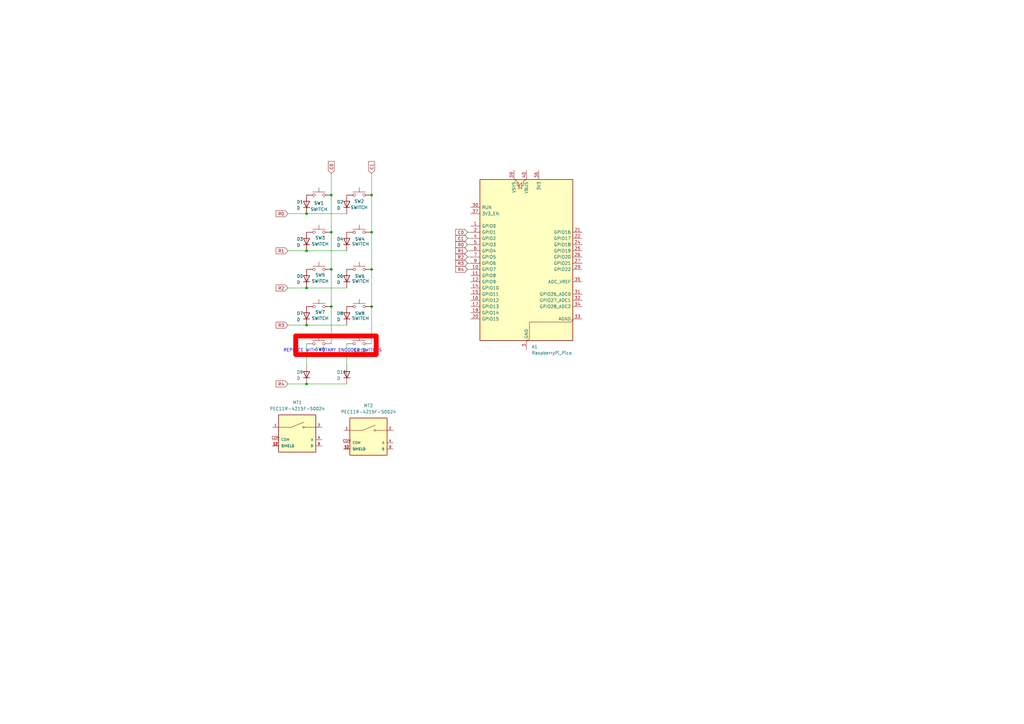
<source format=kicad_sch>
(kicad_sch (version 20250114) (generator "eeschema") (generator_version "9.0")
  (paper "A3")
  (lib_symbols
    (symbol "1_my_custom_symbol_library:PEC11R-4215F-S0024" (pin_names (offset 1.016))
      (property "Reference" "MT" (at -7.62 8.89 0))
      (property "Value" "PEC11R-4215F-S0024" (at -7.62 -8.89 0))
      (symbol "PEC11R-4215F-S0024_0_0"
        (rectangle (start -7.62 7.62) (end 7.62 -7.62) (stroke (width 0.254)) (fill (type background)))
        (polyline (pts (xy -2.54 2.54) (xy -7.62 2.54)) (stroke (width 0.1524)))
        (polyline (pts (xy -2.54 2.54) (xy 2.794 4.6736)) (stroke (width 0.1524)))
        (circle (center 2.54 2.54) (radius 0.3302) (stroke (width 0.1524)))
        (polyline (pts (xy 7.62 2.54) (xy 2.921 2.54)) (stroke (width 0.1524)))
        (pin passive line (at -10.16 2.54 0) (length 2.54) (name "~") (number "1"))
        (pin passive line (at -10.16 -2.54 0) (length 2.54) (name "COM") (number "COM"))
        (pin passive line (at -10.16 -5.08 0) (length 2.54) (name "SHIELD") (number "S1"))
        (pin passive line (at -10.16 -5.08 0) (length 2.54) (name "SHIELD") (number "S2"))
        (pin passive line (at 10.16 2.54 180) (length 2.54) (name "~") (number "2"))
        (pin passive line (at 10.16 -2.54 180) (length 2.54) (name "A") (number "A"))
        (pin passive line (at 10.16 -5.08 180) (length 2.54) (name "B") (number "B"))
      )
    )
    (symbol "Device:D" (pin_numbers (hide yes)) (pin_names (offset 1.016) (hide yes))
      (property "Reference" "D" (at 0 2.54 0))
      (property "Value" "D" (at 0 -2.54 0))
      (symbol "D_0_1"
        (polyline (pts (xy -1.27 1.27) (xy -1.27 -1.27)) (stroke (width 0.254)))
        (polyline (pts (xy 1.27 1.27) (xy 1.27 -1.27) (xy -1.27 0) (xy 1.27 1.27)) (stroke (width 0.254)))
        (polyline (pts (xy 1.27 0) (xy -1.27 0)))
      )
      (symbol "D_1_1"
        (pin passive line (at -3.81 0 0) (length 2.54) (name "K") (number "1"))
        (pin passive line (at 3.81 0 180) (length 2.54) (name "A") (number "2"))
      )
    )
    (symbol "MCU_Module:RaspberryPi_Pico" (pin_names (offset 0.762))
      (property "Reference" "A" (at -19.05 35.56 0))
      (property "Value" "RaspberryPi_Pico" (at 7.62 35.56 0))
      (symbol "RaspberryPi_Pico_0_1"
        (rectangle (start -19.05 34.29) (end 19.05 -31.75) (stroke (width 0.254)) (fill (type background)))
        (polyline (pts (xy -5.08 34.29) (xy -3.81 33.655) (xy -3.81 31.75) (xy -3.175 31.75)))
        (polyline (pts (xy -3.429 32.766) (xy -3.429 33.02) (xy -3.175 33.02) (xy -3.175 30.48) (xy -2.921 30.48) (xy -2.921 30.734)))
        (polyline (pts (xy -3.175 31.75) (xy -1.905 33.02) (xy -1.905 30.48) (xy -3.175 31.75)))
        (polyline (pts (xy 0 34.29) (xy -1.27 33.655) (xy -1.27 31.75) (xy -1.905 31.75)))
        (polyline (pts (xy 0 -31.75) (xy 1.27 -31.115) (xy 1.27 -24.13) (xy 18.415 -24.13) (xy 19.05 -22.86)))
      )
      (symbol "RaspberryPi_Pico_1_1"
        (pin passive line (at -22.86 22.86 0) (length 3.81) (name "RUN") (number "30"))
        (pin passive line (at -22.86 20.32 0) (length 3.81) (name "3V3_EN") (number "37"))
        (pin bidirectional line (at -22.86 15.24 0) (length 3.81) (name "GPIO0") (number "1"))
        (pin bidirectional line (at -22.86 12.7 0) (length 3.81) (name "GPIO1") (number "2"))
        (pin bidirectional line (at -22.86 10.16 0) (length 3.81) (name "GPIO2") (number "4"))
        (pin bidirectional line (at -22.86 7.62 0) (length 3.81) (name "GPIO3") (number "5"))
        (pin bidirectional line (at -22.86 5.08 0) (length 3.81) (name "GPIO4") (number "6"))
        (pin bidirectional line (at -22.86 2.54 0) (length 3.81) (name "GPIO5") (number "7"))
        (pin bidirectional line (at -22.86 0 0) (length 3.81) (name "GPIO6") (number "9"))
        (pin bidirectional line (at -22.86 -2.54 0) (length 3.81) (name "GPIO7") (number "10"))
        (pin bidirectional line (at -22.86 -5.08 0) (length 3.81) (name "GPIO8") (number "11"))
        (pin bidirectional line (at -22.86 -7.62 0) (length 3.81) (name "GPIO9") (number "12"))
        (pin bidirectional line (at -22.86 -10.16 0) (length 3.81) (name "GPIO10") (number "14"))
        (pin bidirectional line (at -22.86 -12.7 0) (length 3.81) (name "GPIO11") (number "15"))
        (pin bidirectional line (at -22.86 -15.24 0) (length 3.81) (name "GPIO12") (number "16"))
        (pin bidirectional line (at -22.86 -17.78 0) (length 3.81) (name "GPIO13") (number "17"))
        (pin bidirectional line (at -22.86 -20.32 0) (length 3.81) (name "GPIO14") (number "19"))
        (pin bidirectional line (at -22.86 -22.86 0) (length 3.81) (name "GPIO15") (number "20"))
        (pin power_in line (at -5.08 38.1 270) (length 3.81) (name "VSYS") (number "39"))
        (pin power_out line (at 0 38.1 270) (length 3.81) (name "VBUS") (number "40"))
        (pin passive line (at 0 -35.56 90) (length 3.81) (hide yes) (name "GND") (number "13"))
        (pin passive line (at 0 -35.56 90) (length 3.81) (hide yes) (name "GND") (number "18"))
        (pin passive line (at 0 -35.56 90) (length 3.81) (hide yes) (name "GND") (number "23"))
        (pin passive line (at 0 -35.56 90) (length 3.81) (hide yes) (name "GND") (number "28"))
        (pin power_out line (at 0 -35.56 90) (length 3.81) (name "GND") (number "3"))
        (pin passive line (at 0 -35.56 90) (length 3.81) (hide yes) (name "GND") (number "38"))
        (pin passive line (at 0 -35.56 90) (length 3.81) (hide yes) (name "GND") (number "8"))
        (pin power_out line (at 5.08 38.1 270) (length 3.81) (name "3V3") (number "36"))
        (pin bidirectional line (at 22.86 12.7 180) (length 3.81) (name "GPIO16") (number "21"))
        (pin bidirectional line (at 22.86 10.16 180) (length 3.81) (name "GPIO17") (number "22"))
        (pin bidirectional line (at 22.86 7.62 180) (length 3.81) (name "GPIO18") (number "24"))
        (pin bidirectional line (at 22.86 5.08 180) (length 3.81) (name "GPIO19") (number "25"))
        (pin bidirectional line (at 22.86 2.54 180) (length 3.81) (name "GPIO20") (number "26"))
        (pin bidirectional line (at 22.86 0 180) (length 3.81) (name "GPIO21") (number "27"))
        (pin bidirectional line (at 22.86 -2.54 180) (length 3.81) (name "GPIO22") (number "29"))
        (pin power_in line (at 22.86 -7.62 180) (length 3.81) (name "ADC_VREF") (number "35"))
        (pin bidirectional line (at 22.86 -12.7 180) (length 3.81) (name "GPIO26_ADC0") (number "31"))
        (pin bidirectional line (at 22.86 -15.24 180) (length 3.81) (name "GPIO27_ADC1") (number "32"))
        (pin bidirectional line (at 22.86 -17.78 180) (length 3.81) (name "GPIO28_ADC2") (number "34"))
        (pin power_out line (at 22.86 -22.86 180) (length 3.81) (name "AGND") (number "33"))
      )
    )
    (symbol "Switch:SW_Omron_B3FS" (pin_numbers (hide yes)) (pin_names (offset 1.016) (hide yes))
      (property "Reference" "SW" (at 1.27 2.54 0))
      (property "Value" "SW_Omron_B3FS" (at 0 -1.524 0))
      (symbol "SW_Omron_B3FS_0_1"
        (circle (center -2.032 0) (radius 0.508))
        (polyline (pts (xy 0 1.27) (xy 0 3.048)))
        (circle (center 2.032 0) (radius 0.508))
        (polyline (pts (xy 2.54 1.27) (xy -2.54 1.27)))
        (pin passive line (at -5.08 0 0) (length 2.54) (name "1") (number "1"))
        (pin passive line (at 5.08 0 180) (length 2.54) (name "2") (number "2"))
      )
    )
  )
  (rectangle (start 121.285 137.795) (end 154.305 145.415) (stroke (width 2) (color 255 0 0 1)))
  (text "REPLACE WITH ROTARY ENCODER SWITCHS" (at 136.398 143.764 0) (effects (font (size 1.27 1.27))))
  (junction (at 125.73 133.35))
  (junction (at 125.73 87.63))
  (junction (at 125.73 157.48))
  (junction (at 135.89 80.01))
  (junction (at 152.4 125.73))
  (junction (at 135.89 95.25))
  (junction (at 152.4 80.01))
  (junction (at 135.89 125.73))
  (junction (at 152.4 95.25))
  (junction (at 125.73 118.11))
  (junction (at 135.89 110.49))
  (junction (at 125.73 102.87))
  (junction (at 152.4 110.49))
  (wire (pts (xy 135.89 71.12) (xy 135.89 80.01)))
  (wire (pts (xy 125.73 133.35) (xy 142.24 133.35)))
  (wire (pts (xy 135.89 95.25) (xy 135.89 110.49)))
  (wire (pts (xy 125.73 157.48) (xy 142.24 157.48)))
  (wire (pts (xy 152.4 71.12) (xy 152.4 80.01)))
  (wire (pts (xy 191.77 107.95) (xy 193.04 107.95)))
  (wire (pts (xy 135.89 110.49) (xy 135.89 125.73)))
  (wire (pts (xy 152.4 80.01) (xy 152.4 95.25)))
  (wire (pts (xy 135.89 80.01) (xy 135.89 95.25)))
  (wire (pts (xy 191.77 95.25) (xy 193.04 95.25)))
  (wire (pts (xy 191.77 110.49) (xy 193.04 110.49)))
  (wire (pts (xy 191.77 102.87) (xy 193.04 102.87)))
  (wire (pts (xy 135.89 125.73) (xy 135.89 140.97)))
  (wire (pts (xy 152.4 95.25) (xy 152.4 110.49)))
  (wire (pts (xy 125.73 149.86) (xy 125.73 140.97)))
  (wire (pts (xy 118.11 157.48) (xy 125.73 157.48)))
  (wire (pts (xy 118.11 118.11) (xy 125.73 118.11)))
  (wire (pts (xy 191.77 105.41) (xy 193.04 105.41)))
  (wire (pts (xy 118.11 102.87) (xy 125.73 102.87)))
  (wire (pts (xy 152.4 125.73) (xy 152.4 140.97)))
  (wire (pts (xy 118.11 87.63) (xy 125.73 87.63)))
  (wire (pts (xy 191.77 97.79) (xy 193.04 97.79)))
  (wire (pts (xy 125.73 102.87) (xy 142.24 102.87)))
  (wire (pts (xy 125.73 87.63) (xy 142.24 87.63)))
  (wire (pts (xy 142.24 149.86) (xy 142.24 140.97)))
  (wire (pts (xy 125.73 118.11) (xy 142.24 118.11)))
  (wire (pts (xy 191.77 100.33) (xy 193.04 100.33)))
  (wire (pts (xy 152.4 110.49) (xy 152.4 125.73)))
  (wire (pts (xy 118.11 133.35) (xy 125.73 133.35)))
  (global_label "C1" (shape input) (at 152.4 71.12 90) (property "Intersheetrefs" "${INTERSHEET_REFS}" (effects (hide yes))))
  (global_label "C0" (shape input) (at 135.89 71.12 90) (property "Intersheetrefs" "${INTERSHEET_REFS}" (effects (hide yes))))
  (global_label "C0" (shape input) (at 191.77 95.25 180) (property "Intersheetrefs" "${INTERSHEET_REFS}" (effects (hide yes))))
  (global_label "R0" (shape input) (at 118.11 87.63 180) (property "Intersheetrefs" "${INTERSHEET_REFS}" (effects (hide yes))))
  (global_label "R4" (shape input) (at 191.77 110.49 180) (property "Intersheetrefs" "${INTERSHEET_REFS}" (effects (hide yes))))
  (global_label "R1" (shape input) (at 191.77 102.87 180) (property "Intersheetrefs" "${INTERSHEET_REFS}" (effects (hide yes))))
  (global_label "R2" (shape input) (at 118.11 118.11 180) (property "Intersheetrefs" "${INTERSHEET_REFS}" (effects (hide yes))))
  (global_label "R1" (shape input) (at 118.11 102.87 180) (property "Intersheetrefs" "${INTERSHEET_REFS}" (effects (hide yes))))
  (global_label "C1" (shape input) (at 191.77 97.79 180) (property "Intersheetrefs" "${INTERSHEET_REFS}" (effects (hide yes))))
  (global_label "R3" (shape input) (at 118.11 133.35 180) (property "Intersheetrefs" "${INTERSHEET_REFS}" (effects (hide yes))))
  (global_label "R3" (shape input) (at 191.77 107.95 180) (property "Intersheetrefs" "${INTERSHEET_REFS}" (effects (hide yes))))
  (global_label "R0" (shape input) (at 191.77 100.33 180) (property "Intersheetrefs" "${INTERSHEET_REFS}" (effects (hide yes))))
  (global_label "R2" (shape input) (at 191.77 105.41 180) (property "Intersheetrefs" "${INTERSHEET_REFS}" (effects (hide yes))))
  (global_label "R4" (shape input) (at 118.11 157.48 180) (property "Intersheetrefs" "${INTERSHEET_REFS}" (effects (hide yes))))
  (symbol (lib_id "Switch:SW_Omron_B3FS") (at 130.81 80.01 0) (unit 1)
    (property "Reference" "SW1" (at 130.81 83.312 0))
    (property "Value" "SWITCH" (at 130.81 85.852 0))
    (property "Footprint" "1_my_custom_libary_pretty:Kailh_socket_PG1350" (effects (hide yes)))
    (property "Datasheet" "https://omronfs.omron.com/en_US/ecb/products/pdf/en-b3fs.pdf" (effects (hide yes)))
    (property "Description" "Omron B3FS 6x6mm single pole normally-open tactile switch" (effects (hide yes)))
  )
  (symbol (lib_id "Device:D") (at 142.24 114.3 90) (unit 1)
    (property "Reference" "D6" (at 138.176 113.284 90) (effects (justify right)))
    (property "Value" "D" (at 138.176 115.824 90) (effects (justify right)))
    (property "Footprint" "Diode_SMD:D_0603_1608Metric" (effects (hide yes)))
    (property "Description" "Diode" (effects (hide yes)))
    (property "Sim.Device" "D" (effects (hide yes)))
    (property "Sim.Pins" "1=K 2=A" (effects (hide yes)))
  )
  (symbol (lib_id "Device:D") (at 142.24 129.54 90) (unit 1)
    (property "Reference" "D8" (at 138.176 128.524 90) (effects (justify right)))
    (property "Value" "D" (at 138.176 131.064 90) (effects (justify right)))
    (property "Footprint" "Diode_SMD:D_0603_1608Metric" (effects (hide yes)))
    (property "Description" "Diode" (effects (hide yes)))
    (property "Sim.Device" "D" (effects (hide yes)))
    (property "Sim.Pins" "1=K 2=A" (effects (hide yes)))
  )
  (symbol (lib_id "Device:D") (at 142.24 83.82 90) (unit 1)
    (property "Reference" "D2" (at 138.176 82.804 90) (effects (justify right)))
    (property "Value" "D" (at 138.176 85.344 90) (effects (justify right)))
    (property "Footprint" "Diode_SMD:D_0603_1608Metric" (effects (hide yes)))
    (property "Description" "Diode" (effects (hide yes)))
    (property "Sim.Device" "D" (effects (hide yes)))
    (property "Sim.Pins" "1=K 2=A" (effects (hide yes)))
  )
  (symbol (lib_id "Switch:SW_Omron_B3FS") (at 147.32 95.25 0) (unit 1)
    (property "Reference" "SW4" (at 147.574 98.044 0))
    (property "Value" "SWITCH" (at 147.828 100.076 0))
    (property "Footprint" "1_my_custom_libary_pretty:Kailh_socket_PG1350" (effects (hide yes)))
    (property "Datasheet" "https://omronfs.omron.com/en_US/ecb/products/pdf/en-b3fs.pdf" (effects (hide yes)))
    (property "Description" "Omron B3FS 6x6mm single pole normally-open tactile switch" (effects (hide yes)))
  )
  (symbol (lib_id "Switch:SW_Omron_B3FS") (at 147.32 125.73 0) (unit 1)
    (property "Reference" "SW8" (at 147.574 128.524 0))
    (property "Value" "SWITCH" (at 147.828 130.556 0))
    (property "Footprint" "1_my_custom_libary_pretty:Kailh_socket_PG1350" (effects (hide yes)))
    (property "Datasheet" "https://omronfs.omron.com/en_US/ecb/products/pdf/en-b3fs.pdf" (effects (hide yes)))
    (property "Description" "Omron B3FS 6x6mm single pole normally-open tactile switch" (effects (hide yes)))
  )
  (symbol (lib_id "Switch:SW_Omron_B3FS") (at 147.32 110.49 0) (unit 1)
    (property "Reference" "SW6" (at 147.574 113.284 0))
    (property "Value" "SWITCH" (at 147.828 115.316 0))
    (property "Footprint" "1_my_custom_libary_pretty:Kailh_socket_PG1350" (effects (hide yes)))
    (property "Datasheet" "https://omronfs.omron.com/en_US/ecb/products/pdf/en-b3fs.pdf" (effects (hide yes)))
    (property "Description" "Omron B3FS 6x6mm single pole normally-open tactile switch" (effects (hide yes)))
  )
  (symbol (lib_id "1_my_custom_symbol_library:PEC11R-4215F-S0024") (at 121.92 177.8 0) (unit 1)
    (property "Reference" "MT1" (at 121.92 165.1 0))
    (property "Value" "PEC11R-4215F-S0024" (at 121.92 167.64 0))
    (property "Footprint" "1_my_custom_libary_pretty:XDCR_PEC11R-4215F-S0024" (effects (hide yes)))
    (property "MF" "Bourns" (effects (hide yes)))
    (property "MAXIMUM_PACKAGE_HEIGHT" "21.5 mm" (effects (hide yes)))
    (property "Package" "None" (effects (hide yes)))
    (property "Price" "None" (effects (hide yes)))
    (property "Check_prices" "https://www.snapeda.com/parts/PEC11R-4215F-S0024/Bourns/view-part/?ref=eda" (effects (hide yes)))
    (property "STANDARD" "Manufacturer Recommendations" (effects (hide yes)))
    (property "PARTREV" "Rev. 09/19" (effects (hide yes)))
    (property "SnapEDA_Link" "https://www.snapeda.com/parts/PEC11R-4215F-S0024/Bourns/view-part/?ref=snap" (effects (hide yes)))
    (property "MP" "PEC11R-4215F-S0024" (effects (hide yes)))
    (property "Purchase-URL" "https://www.snapeda.com/api/url_track_click_mouser/?unipart_id=428605&manufacturer=Bourns&part_name=PEC11R-4215F-S0024&search_term=pec11r" (effects (hide yes)))
    (property "Description_1" "\nEncoder,Rotary,24 Detents,15 mm, Shaft,Switch | Bourns PEC11R-4215F-S0024\n" (effects (hide yes)))
    (property "Availability" "In Stock" (effects (hide yes)))
    (property "MANUFACTURER" "J.W.Miller/Bourns" (effects (hide yes)))
  )
  (symbol (lib_id "Switch:SW_Omron_B3FS") (at 147.32 80.01 0) (unit 1)
    (property "Reference" "SW2" (at 147.32 82.55 0))
    (property "Value" "SWITCH" (at 147.32 85.09 0))
    (property "Footprint" "1_my_custom_libary_pretty:Kailh_socket_PG1350" (effects (hide yes)))
    (property "Datasheet" "https://omronfs.omron.com/en_US/ecb/products/pdf/en-b3fs.pdf" (effects (hide yes)))
    (property "Description" "Omron B3FS 6x6mm single pole normally-open tactile switch" (effects (hide yes)))
  )
  (symbol (lib_id "Device:D") (at 142.24 99.06 90) (unit 1)
    (property "Reference" "D4" (at 138.176 98.044 90) (effects (justify right)))
    (property "Value" "D" (at 138.176 100.584 90) (effects (justify right)))
    (property "Footprint" "Diode_SMD:D_0603_1608Metric" (effects (hide yes)))
    (property "Description" "Diode" (effects (hide yes)))
    (property "Sim.Device" "D" (effects (hide yes)))
    (property "Sim.Pins" "1=K 2=A" (effects (hide yes)))
  )
  (symbol (lib_id "Switch:SW_Omron_B3FS") (at 130.81 140.97 0) (unit 1)
    (property "Reference" "SW9" (at 131.318 143.256 0))
    (property "Value" "SWITCH" (at 131.318 145.796 0))
    (property "Footprint" "1_my_custom_libary_pretty:Kailh_socket_PG1350" (effects (hide yes)))
    (property "Datasheet" "https://omronfs.omron.com/en_US/ecb/products/pdf/en-b3fs.pdf" (effects (hide yes)))
    (property "Description" "Omron B3FS 6x6mm single pole normally-open tactile switch" (effects (hide yes)))
  )
  (symbol (lib_id "Device:D") (at 142.24 153.67 90) (unit 1)
    (property "Reference" "D10" (at 138.176 152.654 90) (effects (justify right)))
    (property "Value" "D" (at 138.176 155.194 90) (effects (justify right)))
    (property "Footprint" "Diode_SMD:D_0603_1608Metric" (effects (hide yes)))
    (property "Description" "Diode" (effects (hide yes)))
    (property "Sim.Device" "D" (effects (hide yes)))
    (property "Sim.Pins" "1=K 2=A" (effects (hide yes)))
  )
  (symbol (lib_id "Device:D") (at 125.73 99.06 90) (unit 1)
    (property "Reference" "D3" (at 121.666 98.044 90) (effects (justify right)))
    (property "Value" "D" (at 121.666 100.584 90) (effects (justify right)))
    (property "Footprint" "Diode_SMD:D_0603_1608Metric" (effects (hide yes)))
    (property "Description" "Diode" (effects (hide yes)))
    (property "Sim.Device" "D" (effects (hide yes)))
    (property "Sim.Pins" "1=K 2=A" (effects (hide yes)))
  )
  (symbol (lib_id "Device:D") (at 125.73 153.67 90) (unit 1)
    (property "Reference" "D9" (at 121.666 152.654 90) (effects (justify right)))
    (property "Value" "D" (at 121.666 155.194 90) (effects (justify right)))
    (property "Footprint" "Diode_SMD:D_0603_1608Metric" (effects (hide yes)))
    (property "Description" "Diode" (effects (hide yes)))
    (property "Sim.Device" "D" (effects (hide yes)))
    (property "Sim.Pins" "1=K 2=A" (effects (hide yes)))
  )
  (symbol (lib_id "1_my_custom_symbol_library:PEC11R-4215F-S0024") (at 151.13 179.07 0) (unit 1)
    (property "Reference" "MT2" (at 151.13 166.37 0))
    (property "Value" "PEC11R-4215F-S0024" (at 151.13 168.91 0))
    (property "Footprint" "1_my_custom_libary_pretty:XDCR_PEC11R-4215F-S0024" (effects (hide yes)))
    (property "MF" "Bourns" (effects (hide yes)))
    (property "MAXIMUM_PACKAGE_HEIGHT" "21.5 mm" (effects (hide yes)))
    (property "Package" "None" (effects (hide yes)))
    (property "Price" "None" (effects (hide yes)))
    (property "Check_prices" "https://www.snapeda.com/parts/PEC11R-4215F-S0024/Bourns/view-part/?ref=eda" (effects (hide yes)))
    (property "STANDARD" "Manufacturer Recommendations" (effects (hide yes)))
    (property "PARTREV" "Rev. 09/19" (effects (hide yes)))
    (property "SnapEDA_Link" "https://www.snapeda.com/parts/PEC11R-4215F-S0024/Bourns/view-part/?ref=snap" (effects (hide yes)))
    (property "MP" "PEC11R-4215F-S0024" (effects (hide yes)))
    (property "Purchase-URL" "https://www.snapeda.com/api/url_track_click_mouser/?unipart_id=428605&manufacturer=Bourns&part_name=PEC11R-4215F-S0024&search_term=pec11r" (effects (hide yes)))
    (property "Description_1" "\nEncoder,Rotary,24 Detents,15 mm, Shaft,Switch | Bourns PEC11R-4215F-S0024\n" (effects (hide yes)))
    (property "Availability" "In Stock" (effects (hide yes)))
    (property "MANUFACTURER" "J.W.Miller/Bourns" (effects (hide yes)))
  )
  (symbol (lib_id "Switch:SW_Omron_B3FS") (at 130.81 125.73 0) (unit 1)
    (property "Reference" "SW7" (at 131.318 128.016 0))
    (property "Value" "SWITCH" (at 131.318 130.556 0))
    (property "Footprint" "1_my_custom_libary_pretty:Kailh_socket_PG1350" (effects (hide yes)))
    (property "Datasheet" "https://omronfs.omron.com/en_US/ecb/products/pdf/en-b3fs.pdf" (effects (hide yes)))
    (property "Description" "Omron B3FS 6x6mm single pole normally-open tactile switch" (effects (hide yes)))
  )
  (symbol (lib_id "Device:D") (at 125.73 129.54 90) (unit 1)
    (property "Reference" "D7" (at 121.666 128.524 90) (effects (justify right)))
    (property "Value" "D" (at 121.666 131.064 90) (effects (justify right)))
    (property "Footprint" "Diode_SMD:D_0603_1608Metric" (effects (hide yes)))
    (property "Description" "Diode" (effects (hide yes)))
    (property "Sim.Device" "D" (effects (hide yes)))
    (property "Sim.Pins" "1=K 2=A" (effects (hide yes)))
  )
  (symbol (lib_id "Switch:SW_Omron_B3FS") (at 147.32 140.97 0) (unit 1)
    (property "Reference" "SW10" (at 147.574 143.764 0))
    (property "Value" "SWITCH" (at 147.828 145.796 0))
    (property "Footprint" "1_my_custom_libary_pretty:Kailh_socket_PG1350" (effects (hide yes)))
    (property "Datasheet" "https://omronfs.omron.com/en_US/ecb/products/pdf/en-b3fs.pdf" (effects (hide yes)))
    (property "Description" "Omron B3FS 6x6mm single pole normally-open tactile switch" (effects (hide yes)))
  )
  (symbol (lib_id "Switch:SW_Omron_B3FS") (at 130.81 110.49 0) (unit 1)
    (property "Reference" "SW5" (at 131.318 112.776 0))
    (property "Value" "SWITCH" (at 131.318 115.316 0))
    (property "Footprint" "1_my_custom_libary_pretty:Kailh_socket_PG1350" (effects (hide yes)))
    (property "Datasheet" "https://omronfs.omron.com/en_US/ecb/products/pdf/en-b3fs.pdf" (effects (hide yes)))
    (property "Description" "Omron B3FS 6x6mm single pole normally-open tactile switch" (effects (hide yes)))
  )
  (symbol (lib_id "MCU_Module:RaspberryPi_Pico") (at 215.9 107.95 0) (unit 1)
    (property "Reference" "A1" (at 218.0433 142.24 0) (effects (justify left)))
    (property "Value" "RaspberryPi_Pico" (at 218.0433 144.78 0) (effects (justify left)))
    (property "Footprint" "Module:RaspberryPi_Pico_Common_Unspecified" (effects (hide yes)))
    (property "Datasheet" "https://datasheets.raspberrypi.com/pico/pico-datasheet.pdf" (effects (hide yes)))
    (property "Description" "Versatile and inexpensive microcontroller module powered by RP2040 dual-core Arm Cortex-M0+ processor up to 133 MHz, 264kB SRAM, 2MB QSPI flash; also supports Raspberry Pi Pico 2" (effects (hide yes)))
  )
  (symbol (lib_id "Device:D") (at 125.73 83.82 90) (unit 1)
    (property "Reference" "D1" (at 121.666 82.804 90) (effects (justify right)))
    (property "Value" "D" (at 121.666 85.344 90) (effects (justify right)))
    (property "Footprint" "Diode_SMD:D_0603_1608Metric" (effects (hide yes)))
    (property "Description" "Diode" (effects (hide yes)))
    (property "Sim.Device" "D" (effects (hide yes)))
    (property "Sim.Pins" "1=K 2=A" (effects (hide yes)))
  )
  (symbol (lib_id "Device:D") (at 125.73 114.3 90) (unit 1)
    (property "Reference" "D5" (at 121.666 113.284 90) (effects (justify right)))
    (property "Value" "D" (at 121.666 115.824 90) (effects (justify right)))
    (property "Footprint" "Diode_SMD:D_0603_1608Metric" (effects (hide yes)))
    (property "Description" "Diode" (effects (hide yes)))
    (property "Sim.Device" "D" (effects (hide yes)))
    (property "Sim.Pins" "1=K 2=A" (effects (hide yes)))
  )
  (symbol (lib_id "Switch:SW_Omron_B3FS") (at 130.81 95.25 0) (unit 1)
    (property "Reference" "SW3" (at 131.318 97.536 0))
    (property "Value" "SWITCH" (at 131.318 100.076 0))
    (property "Footprint" "1_my_custom_libary_pretty:Kailh_socket_PG1350" (effects (hide yes)))
    (property "Datasheet" "https://omronfs.omron.com/en_US/ecb/products/pdf/en-b3fs.pdf" (effects (hide yes)))
    (property "Description" "Omron B3FS 6x6mm single pole normally-open tactile switch" (effects (hide yes)))
  )
)
</source>
